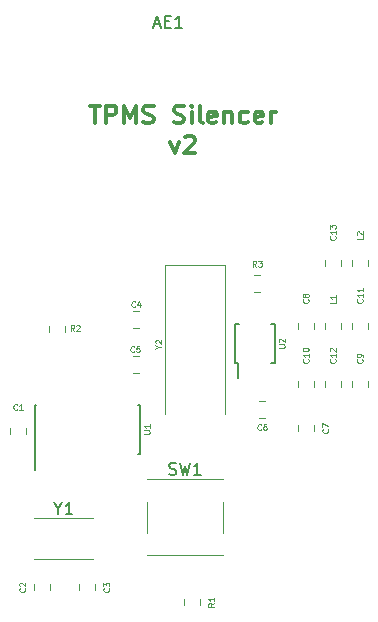
<source format=gto>
G04 #@! TF.GenerationSoftware,KiCad,Pcbnew,(5.0.1)-rc2*
G04 #@! TF.CreationDate,2018-12-03T18:09:08-05:00*
G04 #@! TF.ProjectId,tpms_silencer,74706D735F73696C656E6365722E6B69,rev?*
G04 #@! TF.SameCoordinates,Original*
G04 #@! TF.FileFunction,Legend,Top*
G04 #@! TF.FilePolarity,Positive*
%FSLAX46Y46*%
G04 Gerber Fmt 4.6, Leading zero omitted, Abs format (unit mm)*
G04 Created by KiCad (PCBNEW (5.0.1)-rc2) date 2018-12-03 6:09:08 PM*
%MOMM*%
%LPD*%
G01*
G04 APERTURE LIST*
%ADD10C,0.300000*%
%ADD11C,0.120000*%
%ADD12C,0.150000*%
%ADD13C,0.100000*%
G04 APERTURE END LIST*
D10*
X31258857Y-28891571D02*
X32116000Y-28891571D01*
X31687428Y-30391571D02*
X31687428Y-28891571D01*
X32616000Y-30391571D02*
X32616000Y-28891571D01*
X33187428Y-28891571D01*
X33330285Y-28963000D01*
X33401714Y-29034428D01*
X33473142Y-29177285D01*
X33473142Y-29391571D01*
X33401714Y-29534428D01*
X33330285Y-29605857D01*
X33187428Y-29677285D01*
X32616000Y-29677285D01*
X34116000Y-30391571D02*
X34116000Y-28891571D01*
X34616000Y-29963000D01*
X35116000Y-28891571D01*
X35116000Y-30391571D01*
X35758857Y-30320142D02*
X35973142Y-30391571D01*
X36330285Y-30391571D01*
X36473142Y-30320142D01*
X36544571Y-30248714D01*
X36616000Y-30105857D01*
X36616000Y-29963000D01*
X36544571Y-29820142D01*
X36473142Y-29748714D01*
X36330285Y-29677285D01*
X36044571Y-29605857D01*
X35901714Y-29534428D01*
X35830285Y-29463000D01*
X35758857Y-29320142D01*
X35758857Y-29177285D01*
X35830285Y-29034428D01*
X35901714Y-28963000D01*
X36044571Y-28891571D01*
X36401714Y-28891571D01*
X36616000Y-28963000D01*
X38330285Y-30320142D02*
X38544571Y-30391571D01*
X38901714Y-30391571D01*
X39044571Y-30320142D01*
X39116000Y-30248714D01*
X39187428Y-30105857D01*
X39187428Y-29963000D01*
X39116000Y-29820142D01*
X39044571Y-29748714D01*
X38901714Y-29677285D01*
X38616000Y-29605857D01*
X38473142Y-29534428D01*
X38401714Y-29463000D01*
X38330285Y-29320142D01*
X38330285Y-29177285D01*
X38401714Y-29034428D01*
X38473142Y-28963000D01*
X38616000Y-28891571D01*
X38973142Y-28891571D01*
X39187428Y-28963000D01*
X39830285Y-30391571D02*
X39830285Y-29391571D01*
X39830285Y-28891571D02*
X39758857Y-28963000D01*
X39830285Y-29034428D01*
X39901714Y-28963000D01*
X39830285Y-28891571D01*
X39830285Y-29034428D01*
X40758857Y-30391571D02*
X40616000Y-30320142D01*
X40544571Y-30177285D01*
X40544571Y-28891571D01*
X41901714Y-30320142D02*
X41758857Y-30391571D01*
X41473142Y-30391571D01*
X41330285Y-30320142D01*
X41258857Y-30177285D01*
X41258857Y-29605857D01*
X41330285Y-29463000D01*
X41473142Y-29391571D01*
X41758857Y-29391571D01*
X41901714Y-29463000D01*
X41973142Y-29605857D01*
X41973142Y-29748714D01*
X41258857Y-29891571D01*
X42616000Y-29391571D02*
X42616000Y-30391571D01*
X42616000Y-29534428D02*
X42687428Y-29463000D01*
X42830285Y-29391571D01*
X43044571Y-29391571D01*
X43187428Y-29463000D01*
X43258857Y-29605857D01*
X43258857Y-30391571D01*
X44616000Y-30320142D02*
X44473142Y-30391571D01*
X44187428Y-30391571D01*
X44044571Y-30320142D01*
X43973142Y-30248714D01*
X43901714Y-30105857D01*
X43901714Y-29677285D01*
X43973142Y-29534428D01*
X44044571Y-29463000D01*
X44187428Y-29391571D01*
X44473142Y-29391571D01*
X44616000Y-29463000D01*
X45830285Y-30320142D02*
X45687428Y-30391571D01*
X45401714Y-30391571D01*
X45258857Y-30320142D01*
X45187428Y-30177285D01*
X45187428Y-29605857D01*
X45258857Y-29463000D01*
X45401714Y-29391571D01*
X45687428Y-29391571D01*
X45830285Y-29463000D01*
X45901714Y-29605857D01*
X45901714Y-29748714D01*
X45187428Y-29891571D01*
X46544571Y-30391571D02*
X46544571Y-29391571D01*
X46544571Y-29677285D02*
X46616000Y-29534428D01*
X46687428Y-29463000D01*
X46830285Y-29391571D01*
X46973142Y-29391571D01*
X38044571Y-31941571D02*
X38401714Y-32941571D01*
X38758857Y-31941571D01*
X39258857Y-31584428D02*
X39330285Y-31513000D01*
X39473142Y-31441571D01*
X39830285Y-31441571D01*
X39973142Y-31513000D01*
X40044571Y-31584428D01*
X40116000Y-31727285D01*
X40116000Y-31870142D01*
X40044571Y-32084428D01*
X39187428Y-32941571D01*
X40116000Y-32941571D01*
D11*
G04 #@! TO.C,Y2*
X37582000Y-42390000D02*
X37582000Y-54990000D01*
X42682000Y-42390000D02*
X37582000Y-42390000D01*
X42682000Y-54990000D02*
X42682000Y-42390000D01*
G04 #@! TO.C,C1*
X24436000Y-56207922D02*
X24436000Y-56725078D01*
X25856000Y-56207922D02*
X25856000Y-56725078D01*
G04 #@! TO.C,C2*
X27888000Y-69933078D02*
X27888000Y-69415922D01*
X26468000Y-69933078D02*
X26468000Y-69415922D01*
G04 #@! TO.C,C3*
X30278000Y-69415922D02*
X30278000Y-69933078D01*
X31698000Y-69415922D02*
X31698000Y-69933078D01*
G04 #@! TO.C,C4*
X35389078Y-47700000D02*
X34871922Y-47700000D01*
X35389078Y-46280000D02*
X34871922Y-46280000D01*
G04 #@! TO.C,C5*
X35389078Y-51510000D02*
X34871922Y-51510000D01*
X35389078Y-50090000D02*
X34871922Y-50090000D01*
G04 #@! TO.C,C6*
X45539922Y-55320000D02*
X46057078Y-55320000D01*
X45539922Y-53900000D02*
X46057078Y-53900000D01*
G04 #@! TO.C,C7*
X48820000Y-55953922D02*
X48820000Y-56471078D01*
X50240000Y-55953922D02*
X50240000Y-56471078D01*
G04 #@! TO.C,C8*
X48820000Y-47317922D02*
X48820000Y-47835078D01*
X50240000Y-47317922D02*
X50240000Y-47835078D01*
G04 #@! TO.C,C9*
X53392000Y-52240922D02*
X53392000Y-52758078D01*
X54812000Y-52240922D02*
X54812000Y-52758078D01*
G04 #@! TO.C,C10*
X48820000Y-52240922D02*
X48820000Y-52758078D01*
X50240000Y-52240922D02*
X50240000Y-52758078D01*
G04 #@! TO.C,C11*
X53392000Y-47317922D02*
X53392000Y-47835078D01*
X54812000Y-47317922D02*
X54812000Y-47835078D01*
G04 #@! TO.C,C12*
X51106000Y-52240922D02*
X51106000Y-52758078D01*
X52526000Y-52240922D02*
X52526000Y-52758078D01*
G04 #@! TO.C,C13*
X51106000Y-41983922D02*
X51106000Y-42501078D01*
X52526000Y-41983922D02*
X52526000Y-42501078D01*
G04 #@! TO.C,L1*
X52526000Y-47835078D02*
X52526000Y-47317922D01*
X51106000Y-47835078D02*
X51106000Y-47317922D01*
G04 #@! TO.C,L2*
X54812000Y-42501078D02*
X54812000Y-41983922D01*
X53392000Y-42501078D02*
X53392000Y-41983922D01*
G04 #@! TO.C,R2*
X29158000Y-48089078D02*
X29158000Y-47571922D01*
X27738000Y-48089078D02*
X27738000Y-47571922D01*
G04 #@! TO.C,R3*
X45128922Y-44652000D02*
X45646078Y-44652000D01*
X45128922Y-43232000D02*
X45646078Y-43232000D01*
D12*
G04 #@! TO.C,U1*
X26563000Y-58369000D02*
X26563000Y-59744000D01*
X35438000Y-58369000D02*
X35438000Y-54219000D01*
X26538000Y-58369000D02*
X26538000Y-54219000D01*
X35438000Y-58369000D02*
X35323000Y-58369000D01*
X35438000Y-54219000D02*
X35323000Y-54219000D01*
X26538000Y-54219000D02*
X26653000Y-54219000D01*
X26538000Y-58369000D02*
X26563000Y-58369000D01*
G04 #@! TO.C,U2*
X43762000Y-50697000D02*
X43762000Y-51922000D01*
X46887000Y-50697000D02*
X46887000Y-47347000D01*
X43537000Y-50697000D02*
X43537000Y-47347000D01*
X46887000Y-50697000D02*
X46587000Y-50697000D01*
X46887000Y-47347000D02*
X46587000Y-47347000D01*
X43537000Y-47347000D02*
X43837000Y-47347000D01*
X43537000Y-50697000D02*
X43762000Y-50697000D01*
D11*
G04 #@! TO.C,R1*
X40588000Y-70681322D02*
X40588000Y-71198478D01*
X39168000Y-70681322D02*
X39168000Y-71198478D01*
G04 #@! TO.C,SW1*
X42516000Y-60509200D02*
X42516000Y-60539200D01*
X42516000Y-66969200D02*
X42516000Y-66939200D01*
X36056000Y-66969200D02*
X36056000Y-66939200D01*
X36056000Y-60539200D02*
X36056000Y-60509200D01*
X42516000Y-62439200D02*
X42516000Y-65039200D01*
X36056000Y-60509200D02*
X42516000Y-60509200D01*
X36056000Y-62439200D02*
X36056000Y-65039200D01*
X36056000Y-66969200D02*
X42516000Y-66969200D01*
G04 #@! TO.C,Y1*
X26528000Y-63822000D02*
X31528000Y-63822000D01*
X26528000Y-67242000D02*
X31528000Y-67242000D01*
G04 #@! TO.C,Y2*
D13*
X37021295Y-49328095D02*
X37259390Y-49328095D01*
X36759390Y-49494761D02*
X37021295Y-49328095D01*
X36759390Y-49161428D01*
X36807009Y-49018571D02*
X36783200Y-48994761D01*
X36759390Y-48947142D01*
X36759390Y-48828095D01*
X36783200Y-48780476D01*
X36807009Y-48756666D01*
X36854628Y-48732857D01*
X36902247Y-48732857D01*
X36973676Y-48756666D01*
X37259390Y-49042380D01*
X37259390Y-48732857D01*
G04 #@! TO.C,AE1*
D12*
X36689333Y-21995266D02*
X37165523Y-21995266D01*
X36594095Y-22280980D02*
X36927428Y-21280980D01*
X37260761Y-22280980D01*
X37594095Y-21757171D02*
X37927428Y-21757171D01*
X38070285Y-22280980D02*
X37594095Y-22280980D01*
X37594095Y-21280980D01*
X38070285Y-21280980D01*
X39022666Y-22280980D02*
X38451238Y-22280980D01*
X38736952Y-22280980D02*
X38736952Y-21280980D01*
X38641714Y-21423838D01*
X38546476Y-21519076D01*
X38451238Y-21566695D01*
G04 #@! TO.C,C1*
D13*
X25062666Y-54613071D02*
X25038857Y-54636880D01*
X24967428Y-54660690D01*
X24919809Y-54660690D01*
X24848380Y-54636880D01*
X24800761Y-54589261D01*
X24776952Y-54541642D01*
X24753142Y-54446404D01*
X24753142Y-54374976D01*
X24776952Y-54279738D01*
X24800761Y-54232119D01*
X24848380Y-54184500D01*
X24919809Y-54160690D01*
X24967428Y-54160690D01*
X25038857Y-54184500D01*
X25062666Y-54208309D01*
X25538857Y-54660690D02*
X25253142Y-54660690D01*
X25396000Y-54660690D02*
X25396000Y-54160690D01*
X25348380Y-54232119D01*
X25300761Y-54279738D01*
X25253142Y-54303547D01*
G04 #@! TO.C,C2*
X25706571Y-69757833D02*
X25730380Y-69781642D01*
X25754190Y-69853071D01*
X25754190Y-69900690D01*
X25730380Y-69972119D01*
X25682761Y-70019738D01*
X25635142Y-70043547D01*
X25539904Y-70067357D01*
X25468476Y-70067357D01*
X25373238Y-70043547D01*
X25325619Y-70019738D01*
X25278000Y-69972119D01*
X25254190Y-69900690D01*
X25254190Y-69853071D01*
X25278000Y-69781642D01*
X25301809Y-69757833D01*
X25301809Y-69567357D02*
X25278000Y-69543547D01*
X25254190Y-69495928D01*
X25254190Y-69376880D01*
X25278000Y-69329261D01*
X25301809Y-69305452D01*
X25349428Y-69281642D01*
X25397047Y-69281642D01*
X25468476Y-69305452D01*
X25754190Y-69591166D01*
X25754190Y-69281642D01*
G04 #@! TO.C,C3*
X32816571Y-69757833D02*
X32840380Y-69781642D01*
X32864190Y-69853071D01*
X32864190Y-69900690D01*
X32840380Y-69972119D01*
X32792761Y-70019738D01*
X32745142Y-70043547D01*
X32649904Y-70067357D01*
X32578476Y-70067357D01*
X32483238Y-70043547D01*
X32435619Y-70019738D01*
X32388000Y-69972119D01*
X32364190Y-69900690D01*
X32364190Y-69853071D01*
X32388000Y-69781642D01*
X32411809Y-69757833D01*
X32364190Y-69591166D02*
X32364190Y-69281642D01*
X32554666Y-69448309D01*
X32554666Y-69376880D01*
X32578476Y-69329261D01*
X32602285Y-69305452D01*
X32649904Y-69281642D01*
X32768952Y-69281642D01*
X32816571Y-69305452D01*
X32840380Y-69329261D01*
X32864190Y-69376880D01*
X32864190Y-69519738D01*
X32840380Y-69567357D01*
X32816571Y-69591166D01*
G04 #@! TO.C,C4*
X35047166Y-45898571D02*
X35023357Y-45922380D01*
X34951928Y-45946190D01*
X34904309Y-45946190D01*
X34832880Y-45922380D01*
X34785261Y-45874761D01*
X34761452Y-45827142D01*
X34737642Y-45731904D01*
X34737642Y-45660476D01*
X34761452Y-45565238D01*
X34785261Y-45517619D01*
X34832880Y-45470000D01*
X34904309Y-45446190D01*
X34951928Y-45446190D01*
X35023357Y-45470000D01*
X35047166Y-45493809D01*
X35475738Y-45612857D02*
X35475738Y-45946190D01*
X35356690Y-45422380D02*
X35237642Y-45779523D01*
X35547166Y-45779523D01*
G04 #@! TO.C,C5*
X34968666Y-49708571D02*
X34944857Y-49732380D01*
X34873428Y-49756190D01*
X34825809Y-49756190D01*
X34754380Y-49732380D01*
X34706761Y-49684761D01*
X34682952Y-49637142D01*
X34659142Y-49541904D01*
X34659142Y-49470476D01*
X34682952Y-49375238D01*
X34706761Y-49327619D01*
X34754380Y-49280000D01*
X34825809Y-49256190D01*
X34873428Y-49256190D01*
X34944857Y-49280000D01*
X34968666Y-49303809D01*
X35421047Y-49256190D02*
X35182952Y-49256190D01*
X35159142Y-49494285D01*
X35182952Y-49470476D01*
X35230571Y-49446666D01*
X35349619Y-49446666D01*
X35397238Y-49470476D01*
X35421047Y-49494285D01*
X35444857Y-49541904D01*
X35444857Y-49660952D01*
X35421047Y-49708571D01*
X35397238Y-49732380D01*
X35349619Y-49756190D01*
X35230571Y-49756190D01*
X35182952Y-49732380D01*
X35159142Y-49708571D01*
G04 #@! TO.C,C6*
X45715166Y-56312571D02*
X45691357Y-56336380D01*
X45619928Y-56360190D01*
X45572309Y-56360190D01*
X45500880Y-56336380D01*
X45453261Y-56288761D01*
X45429452Y-56241142D01*
X45405642Y-56145904D01*
X45405642Y-56074476D01*
X45429452Y-55979238D01*
X45453261Y-55931619D01*
X45500880Y-55884000D01*
X45572309Y-55860190D01*
X45619928Y-55860190D01*
X45691357Y-55884000D01*
X45715166Y-55907809D01*
X46143738Y-55860190D02*
X46048500Y-55860190D01*
X46000880Y-55884000D01*
X45977071Y-55907809D01*
X45929452Y-55979238D01*
X45905642Y-56074476D01*
X45905642Y-56264952D01*
X45929452Y-56312571D01*
X45953261Y-56336380D01*
X46000880Y-56360190D01*
X46096119Y-56360190D01*
X46143738Y-56336380D01*
X46167547Y-56312571D01*
X46191357Y-56264952D01*
X46191357Y-56145904D01*
X46167547Y-56098285D01*
X46143738Y-56074476D01*
X46096119Y-56050666D01*
X46000880Y-56050666D01*
X45953261Y-56074476D01*
X45929452Y-56098285D01*
X45905642Y-56145904D01*
G04 #@! TO.C,C7*
X51358571Y-56295833D02*
X51382380Y-56319642D01*
X51406190Y-56391071D01*
X51406190Y-56438690D01*
X51382380Y-56510119D01*
X51334761Y-56557738D01*
X51287142Y-56581547D01*
X51191904Y-56605357D01*
X51120476Y-56605357D01*
X51025238Y-56581547D01*
X50977619Y-56557738D01*
X50930000Y-56510119D01*
X50906190Y-56438690D01*
X50906190Y-56391071D01*
X50930000Y-56319642D01*
X50953809Y-56295833D01*
X50906190Y-56129166D02*
X50906190Y-55795833D01*
X51406190Y-56010119D01*
G04 #@! TO.C,C8*
X49708571Y-45295333D02*
X49732380Y-45319142D01*
X49756190Y-45390571D01*
X49756190Y-45438190D01*
X49732380Y-45509619D01*
X49684761Y-45557238D01*
X49637142Y-45581047D01*
X49541904Y-45604857D01*
X49470476Y-45604857D01*
X49375238Y-45581047D01*
X49327619Y-45557238D01*
X49280000Y-45509619D01*
X49256190Y-45438190D01*
X49256190Y-45390571D01*
X49280000Y-45319142D01*
X49303809Y-45295333D01*
X49470476Y-45009619D02*
X49446666Y-45057238D01*
X49422857Y-45081047D01*
X49375238Y-45104857D01*
X49351428Y-45104857D01*
X49303809Y-45081047D01*
X49280000Y-45057238D01*
X49256190Y-45009619D01*
X49256190Y-44914380D01*
X49280000Y-44866761D01*
X49303809Y-44842952D01*
X49351428Y-44819142D01*
X49375238Y-44819142D01*
X49422857Y-44842952D01*
X49446666Y-44866761D01*
X49470476Y-44914380D01*
X49470476Y-45009619D01*
X49494285Y-45057238D01*
X49518095Y-45081047D01*
X49565714Y-45104857D01*
X49660952Y-45104857D01*
X49708571Y-45081047D01*
X49732380Y-45057238D01*
X49756190Y-45009619D01*
X49756190Y-44914380D01*
X49732380Y-44866761D01*
X49708571Y-44842952D01*
X49660952Y-44819142D01*
X49565714Y-44819142D01*
X49518095Y-44842952D01*
X49494285Y-44866761D01*
X49470476Y-44914380D01*
G04 #@! TO.C,C9*
X54280571Y-50375333D02*
X54304380Y-50399142D01*
X54328190Y-50470571D01*
X54328190Y-50518190D01*
X54304380Y-50589619D01*
X54256761Y-50637238D01*
X54209142Y-50661047D01*
X54113904Y-50684857D01*
X54042476Y-50684857D01*
X53947238Y-50661047D01*
X53899619Y-50637238D01*
X53852000Y-50589619D01*
X53828190Y-50518190D01*
X53828190Y-50470571D01*
X53852000Y-50399142D01*
X53875809Y-50375333D01*
X54328190Y-50137238D02*
X54328190Y-50042000D01*
X54304380Y-49994380D01*
X54280571Y-49970571D01*
X54209142Y-49922952D01*
X54113904Y-49899142D01*
X53923428Y-49899142D01*
X53875809Y-49922952D01*
X53852000Y-49946761D01*
X53828190Y-49994380D01*
X53828190Y-50089619D01*
X53852000Y-50137238D01*
X53875809Y-50161047D01*
X53923428Y-50184857D01*
X54042476Y-50184857D01*
X54090095Y-50161047D01*
X54113904Y-50137238D01*
X54137714Y-50089619D01*
X54137714Y-49994380D01*
X54113904Y-49946761D01*
X54090095Y-49922952D01*
X54042476Y-49899142D01*
G04 #@! TO.C,C10*
X49708571Y-50359428D02*
X49732380Y-50383238D01*
X49756190Y-50454666D01*
X49756190Y-50502285D01*
X49732380Y-50573714D01*
X49684761Y-50621333D01*
X49637142Y-50645142D01*
X49541904Y-50668952D01*
X49470476Y-50668952D01*
X49375238Y-50645142D01*
X49327619Y-50621333D01*
X49280000Y-50573714D01*
X49256190Y-50502285D01*
X49256190Y-50454666D01*
X49280000Y-50383238D01*
X49303809Y-50359428D01*
X49756190Y-49883238D02*
X49756190Y-50168952D01*
X49756190Y-50026095D02*
X49256190Y-50026095D01*
X49327619Y-50073714D01*
X49375238Y-50121333D01*
X49399047Y-50168952D01*
X49256190Y-49573714D02*
X49256190Y-49526095D01*
X49280000Y-49478476D01*
X49303809Y-49454666D01*
X49351428Y-49430857D01*
X49446666Y-49407047D01*
X49565714Y-49407047D01*
X49660952Y-49430857D01*
X49708571Y-49454666D01*
X49732380Y-49478476D01*
X49756190Y-49526095D01*
X49756190Y-49573714D01*
X49732380Y-49621333D01*
X49708571Y-49645142D01*
X49660952Y-49668952D01*
X49565714Y-49692761D01*
X49446666Y-49692761D01*
X49351428Y-49668952D01*
X49303809Y-49645142D01*
X49280000Y-49621333D01*
X49256190Y-49573714D01*
G04 #@! TO.C,C11*
X54280571Y-45279428D02*
X54304380Y-45303238D01*
X54328190Y-45374666D01*
X54328190Y-45422285D01*
X54304380Y-45493714D01*
X54256761Y-45541333D01*
X54209142Y-45565142D01*
X54113904Y-45588952D01*
X54042476Y-45588952D01*
X53947238Y-45565142D01*
X53899619Y-45541333D01*
X53852000Y-45493714D01*
X53828190Y-45422285D01*
X53828190Y-45374666D01*
X53852000Y-45303238D01*
X53875809Y-45279428D01*
X54328190Y-44803238D02*
X54328190Y-45088952D01*
X54328190Y-44946095D02*
X53828190Y-44946095D01*
X53899619Y-44993714D01*
X53947238Y-45041333D01*
X53971047Y-45088952D01*
X54328190Y-44327047D02*
X54328190Y-44612761D01*
X54328190Y-44469904D02*
X53828190Y-44469904D01*
X53899619Y-44517523D01*
X53947238Y-44565142D01*
X53971047Y-44612761D01*
G04 #@! TO.C,C12*
X51994571Y-50359428D02*
X52018380Y-50383238D01*
X52042190Y-50454666D01*
X52042190Y-50502285D01*
X52018380Y-50573714D01*
X51970761Y-50621333D01*
X51923142Y-50645142D01*
X51827904Y-50668952D01*
X51756476Y-50668952D01*
X51661238Y-50645142D01*
X51613619Y-50621333D01*
X51566000Y-50573714D01*
X51542190Y-50502285D01*
X51542190Y-50454666D01*
X51566000Y-50383238D01*
X51589809Y-50359428D01*
X52042190Y-49883238D02*
X52042190Y-50168952D01*
X52042190Y-50026095D02*
X51542190Y-50026095D01*
X51613619Y-50073714D01*
X51661238Y-50121333D01*
X51685047Y-50168952D01*
X51589809Y-49692761D02*
X51566000Y-49668952D01*
X51542190Y-49621333D01*
X51542190Y-49502285D01*
X51566000Y-49454666D01*
X51589809Y-49430857D01*
X51637428Y-49407047D01*
X51685047Y-49407047D01*
X51756476Y-49430857D01*
X52042190Y-49716571D01*
X52042190Y-49407047D01*
G04 #@! TO.C,C13*
X51994571Y-39945428D02*
X52018380Y-39969238D01*
X52042190Y-40040666D01*
X52042190Y-40088285D01*
X52018380Y-40159714D01*
X51970761Y-40207333D01*
X51923142Y-40231142D01*
X51827904Y-40254952D01*
X51756476Y-40254952D01*
X51661238Y-40231142D01*
X51613619Y-40207333D01*
X51566000Y-40159714D01*
X51542190Y-40088285D01*
X51542190Y-40040666D01*
X51566000Y-39969238D01*
X51589809Y-39945428D01*
X52042190Y-39469238D02*
X52042190Y-39754952D01*
X52042190Y-39612095D02*
X51542190Y-39612095D01*
X51613619Y-39659714D01*
X51661238Y-39707333D01*
X51685047Y-39754952D01*
X51542190Y-39302571D02*
X51542190Y-38993047D01*
X51732666Y-39159714D01*
X51732666Y-39088285D01*
X51756476Y-39040666D01*
X51780285Y-39016857D01*
X51827904Y-38993047D01*
X51946952Y-38993047D01*
X51994571Y-39016857D01*
X52018380Y-39040666D01*
X52042190Y-39088285D01*
X52042190Y-39231142D01*
X52018380Y-39278761D01*
X51994571Y-39302571D01*
G04 #@! TO.C,L1*
X52042190Y-45371533D02*
X52042190Y-45609628D01*
X51542190Y-45609628D01*
X52042190Y-44942961D02*
X52042190Y-45228676D01*
X52042190Y-45085819D02*
X51542190Y-45085819D01*
X51613619Y-45133438D01*
X51661238Y-45181057D01*
X51685047Y-45228676D01*
G04 #@! TO.C,L2*
X54328190Y-39961333D02*
X54328190Y-40199428D01*
X53828190Y-40199428D01*
X53875809Y-39818476D02*
X53852000Y-39794666D01*
X53828190Y-39747047D01*
X53828190Y-39628000D01*
X53852000Y-39580380D01*
X53875809Y-39556571D01*
X53923428Y-39532761D01*
X53971047Y-39532761D01*
X54042476Y-39556571D01*
X54328190Y-39842285D01*
X54328190Y-39532761D01*
G04 #@! TO.C,R2*
X29888666Y-47978190D02*
X29722000Y-47740095D01*
X29602952Y-47978190D02*
X29602952Y-47478190D01*
X29793428Y-47478190D01*
X29841047Y-47502000D01*
X29864857Y-47525809D01*
X29888666Y-47573428D01*
X29888666Y-47644857D01*
X29864857Y-47692476D01*
X29841047Y-47716285D01*
X29793428Y-47740095D01*
X29602952Y-47740095D01*
X30079142Y-47525809D02*
X30102952Y-47502000D01*
X30150571Y-47478190D01*
X30269619Y-47478190D01*
X30317238Y-47502000D01*
X30341047Y-47525809D01*
X30364857Y-47573428D01*
X30364857Y-47621047D01*
X30341047Y-47692476D01*
X30055333Y-47978190D01*
X30364857Y-47978190D01*
G04 #@! TO.C,R3*
X45304166Y-42518190D02*
X45137500Y-42280095D01*
X45018452Y-42518190D02*
X45018452Y-42018190D01*
X45208928Y-42018190D01*
X45256547Y-42042000D01*
X45280357Y-42065809D01*
X45304166Y-42113428D01*
X45304166Y-42184857D01*
X45280357Y-42232476D01*
X45256547Y-42256285D01*
X45208928Y-42280095D01*
X45018452Y-42280095D01*
X45470833Y-42018190D02*
X45780357Y-42018190D01*
X45613690Y-42208666D01*
X45685119Y-42208666D01*
X45732738Y-42232476D01*
X45756547Y-42256285D01*
X45780357Y-42303904D01*
X45780357Y-42422952D01*
X45756547Y-42470571D01*
X45732738Y-42494380D01*
X45685119Y-42518190D01*
X45542261Y-42518190D01*
X45494642Y-42494380D01*
X45470833Y-42470571D01*
G04 #@! TO.C,U1*
X35794190Y-56674952D02*
X36198952Y-56674952D01*
X36246571Y-56651142D01*
X36270380Y-56627333D01*
X36294190Y-56579714D01*
X36294190Y-56484476D01*
X36270380Y-56436857D01*
X36246571Y-56413047D01*
X36198952Y-56389238D01*
X35794190Y-56389238D01*
X36294190Y-55889238D02*
X36294190Y-56174952D01*
X36294190Y-56032095D02*
X35794190Y-56032095D01*
X35865619Y-56079714D01*
X35913238Y-56127333D01*
X35937047Y-56174952D01*
G04 #@! TO.C,U2*
X47224190Y-49402952D02*
X47628952Y-49402952D01*
X47676571Y-49379142D01*
X47700380Y-49355333D01*
X47724190Y-49307714D01*
X47724190Y-49212476D01*
X47700380Y-49164857D01*
X47676571Y-49141047D01*
X47628952Y-49117238D01*
X47224190Y-49117238D01*
X47271809Y-48902952D02*
X47248000Y-48879142D01*
X47224190Y-48831523D01*
X47224190Y-48712476D01*
X47248000Y-48664857D01*
X47271809Y-48641047D01*
X47319428Y-48617238D01*
X47367047Y-48617238D01*
X47438476Y-48641047D01*
X47724190Y-48926761D01*
X47724190Y-48617238D01*
G04 #@! TO.C,R1*
X41754190Y-71023233D02*
X41516095Y-71189900D01*
X41754190Y-71308947D02*
X41254190Y-71308947D01*
X41254190Y-71118471D01*
X41278000Y-71070852D01*
X41301809Y-71047042D01*
X41349428Y-71023233D01*
X41420857Y-71023233D01*
X41468476Y-71047042D01*
X41492285Y-71070852D01*
X41516095Y-71118471D01*
X41516095Y-71308947D01*
X41754190Y-70547042D02*
X41754190Y-70832757D01*
X41754190Y-70689900D02*
X41254190Y-70689900D01*
X41325619Y-70737519D01*
X41373238Y-70785138D01*
X41397047Y-70832757D01*
G04 #@! TO.C,SW1*
D12*
X37952666Y-60093961D02*
X38095523Y-60141580D01*
X38333619Y-60141580D01*
X38428857Y-60093961D01*
X38476476Y-60046342D01*
X38524095Y-59951104D01*
X38524095Y-59855866D01*
X38476476Y-59760628D01*
X38428857Y-59713009D01*
X38333619Y-59665390D01*
X38143142Y-59617771D01*
X38047904Y-59570152D01*
X38000285Y-59522533D01*
X37952666Y-59427295D01*
X37952666Y-59332057D01*
X38000285Y-59236819D01*
X38047904Y-59189200D01*
X38143142Y-59141580D01*
X38381238Y-59141580D01*
X38524095Y-59189200D01*
X38857428Y-59141580D02*
X39095523Y-60141580D01*
X39286000Y-59427295D01*
X39476476Y-60141580D01*
X39714571Y-59141580D01*
X40619333Y-60141580D02*
X40047904Y-60141580D01*
X40333619Y-60141580D02*
X40333619Y-59141580D01*
X40238380Y-59284438D01*
X40143142Y-59379676D01*
X40047904Y-59427295D01*
G04 #@! TO.C,Y1*
X28551809Y-63008190D02*
X28551809Y-63484380D01*
X28218476Y-62484380D02*
X28551809Y-63008190D01*
X28885142Y-62484380D01*
X29742285Y-63484380D02*
X29170857Y-63484380D01*
X29456571Y-63484380D02*
X29456571Y-62484380D01*
X29361333Y-62627238D01*
X29266095Y-62722476D01*
X29170857Y-62770095D01*
G04 #@! TD*
M02*

</source>
